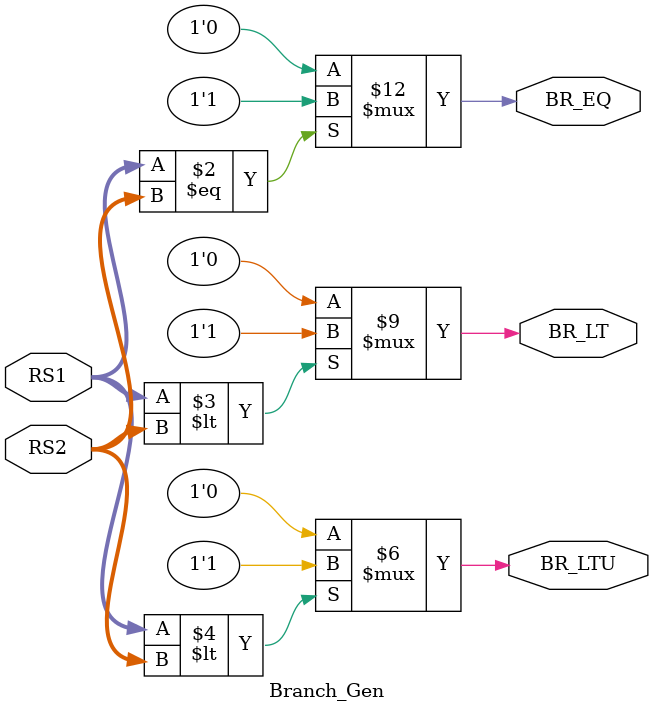
<source format=sv>
`timescale 1ns / 1ps

module Branch_Gen(
    input [31:0] RS1,RS2, 
    output logic BR_EQ, BR_LT, BR_LTU
    );
    
    always_comb
    begin
    
    if (RS1 == RS2)begin
       BR_EQ = 1'b1;end
       else
       begin
       BR_EQ = 1'b0;
       end
    
    if ($signed(RS1) < $signed(RS2))begin
       BR_LT = 1'b1; end
       else begin
       BR_LT = 1'b0;
       end
        
    if (RS1 < RS2)begin
       BR_LTU = 1'b1;
       end
       else begin
       BR_LTU = 1'b0;
       end
       
end       
endmodule

</source>
